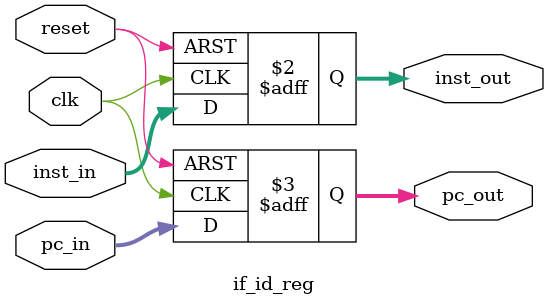
<source format=v>
`timescale 1ns / 1ps


module if_id_reg(
    input wire clk,
    input wire reset,
    input wire [15:0] inst_in,
    input wire [15:0] pc_in,
    output reg [15:0] inst_out,
    output reg [15:0] pc_out
);
    always @(posedge clk or posedge reset) begin
        if (reset) begin
            inst_out <= 16'h0000;
            pc_out <= 16'h0000;
        end else begin
            inst_out <= inst_in;
            pc_out <= pc_in;
        end
    end
endmodule
</source>
